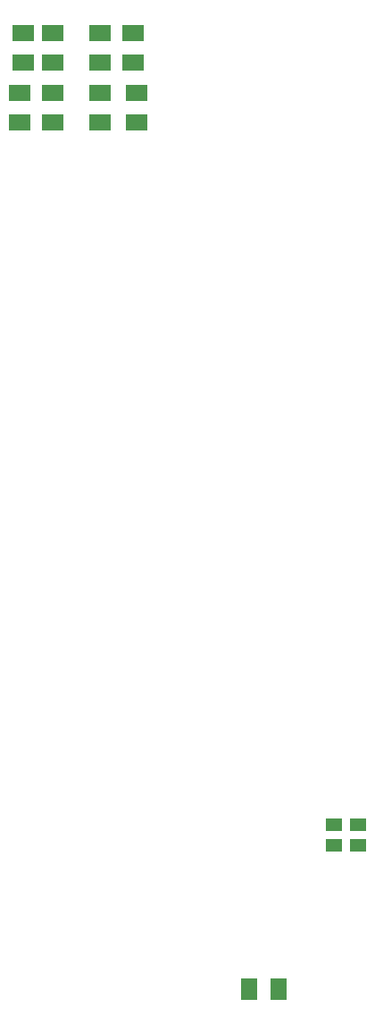
<source format=gbr>
G04 EAGLE Gerber X2 export*
G75*
%MOMM*%
%FSLAX34Y34*%
%LPD*%
%AMOC8*
5,1,8,0,0,1.08239X$1,22.5*%
G01*
%ADD10R,1.600000X2.000000*%
%ADD11R,1.600000X1.300000*%
%ADD12R,2.000000X1.600000*%


D10*
X420975Y22225D03*
X448975Y22225D03*
D11*
X501650Y158775D03*
X501650Y177775D03*
X523875Y158775D03*
X523875Y177775D03*
D12*
X206375Y900400D03*
X206375Y928400D03*
X234950Y928400D03*
X234950Y900400D03*
X279400Y843250D03*
X279400Y871250D03*
X314325Y871250D03*
X314325Y843250D03*
X234950Y843250D03*
X234950Y871250D03*
X203200Y871250D03*
X203200Y843250D03*
X311150Y900400D03*
X311150Y928400D03*
X279400Y928400D03*
X279400Y900400D03*
M02*

</source>
